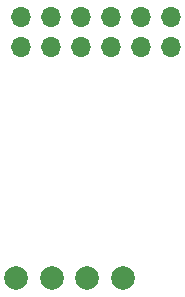
<source format=gbs>
G04 #@! TF.GenerationSoftware,KiCad,Pcbnew,(5.1.7)-1*
G04 #@! TF.CreationDate,2022-03-16T13:26:47+01:00*
G04 #@! TF.ProjectId,bluetooth-board,626c7565-746f-46f7-9468-2d626f617264,rev?*
G04 #@! TF.SameCoordinates,Original*
G04 #@! TF.FileFunction,Soldermask,Bot*
G04 #@! TF.FilePolarity,Negative*
%FSLAX46Y46*%
G04 Gerber Fmt 4.6, Leading zero omitted, Abs format (unit mm)*
G04 Created by KiCad (PCBNEW (5.1.7)-1) date 2022-03-16 13:26:47*
%MOMM*%
%LPD*%
G01*
G04 APERTURE LIST*
%ADD10C,2.000000*%
%ADD11O,1.700000X1.700000*%
G04 APERTURE END LIST*
D10*
X26100000Y-39310000D03*
X23100000Y-39310000D03*
X20100000Y-39310000D03*
X17100000Y-39310000D03*
D11*
X17500000Y-19750000D03*
X17500000Y-17210000D03*
X20040000Y-19750000D03*
X20040000Y-17210000D03*
X22580000Y-19750000D03*
X22580000Y-17210000D03*
X25120000Y-19750000D03*
X25120000Y-17210000D03*
X27660000Y-19750000D03*
X27660000Y-17210000D03*
X30200000Y-19750000D03*
X30200000Y-17210000D03*
M02*

</source>
